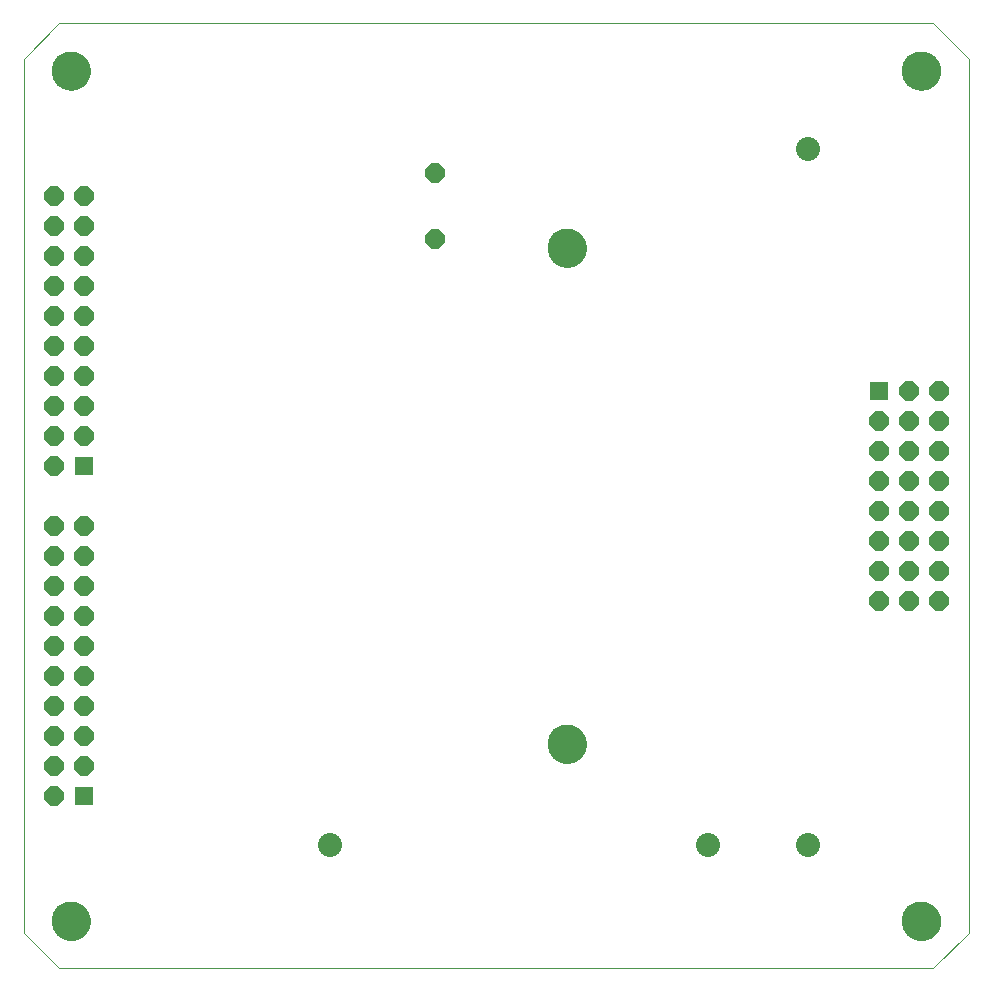
<source format=gbs>
G75*
%MOIN*%
%OFA0B0*%
%FSLAX25Y25*%
%IPPOS*%
%LPD*%
%AMOC8*
5,1,8,0,0,1.08239X$1,22.5*
%
%ADD10C,0.08000*%
%ADD11C,0.00000*%
%ADD12C,0.12998*%
%ADD13OC8,0.06400*%
%ADD14R,0.06400X0.06400*%
D10*
X0118000Y0062000D03*
X0244000Y0062000D03*
X0277600Y0062000D03*
X0277600Y0294100D03*
D11*
X0016039Y0032850D02*
X0027850Y0021039D01*
X0319189Y0021039D01*
X0331000Y0032850D01*
X0331000Y0324189D01*
X0319189Y0336000D01*
X0027850Y0336000D01*
X0016039Y0324189D01*
X0016039Y0032850D01*
X0025488Y0036787D02*
X0025490Y0036945D01*
X0025496Y0037103D01*
X0025506Y0037261D01*
X0025520Y0037419D01*
X0025538Y0037576D01*
X0025559Y0037733D01*
X0025585Y0037889D01*
X0025615Y0038045D01*
X0025648Y0038200D01*
X0025686Y0038353D01*
X0025727Y0038506D01*
X0025772Y0038658D01*
X0025821Y0038809D01*
X0025874Y0038958D01*
X0025930Y0039106D01*
X0025990Y0039252D01*
X0026054Y0039397D01*
X0026122Y0039540D01*
X0026193Y0039682D01*
X0026267Y0039822D01*
X0026345Y0039959D01*
X0026427Y0040095D01*
X0026511Y0040229D01*
X0026600Y0040360D01*
X0026691Y0040489D01*
X0026786Y0040616D01*
X0026883Y0040741D01*
X0026984Y0040863D01*
X0027088Y0040982D01*
X0027195Y0041099D01*
X0027305Y0041213D01*
X0027418Y0041324D01*
X0027533Y0041433D01*
X0027651Y0041538D01*
X0027772Y0041640D01*
X0027895Y0041740D01*
X0028021Y0041836D01*
X0028149Y0041929D01*
X0028279Y0042019D01*
X0028412Y0042105D01*
X0028547Y0042189D01*
X0028683Y0042268D01*
X0028822Y0042345D01*
X0028963Y0042417D01*
X0029105Y0042487D01*
X0029249Y0042552D01*
X0029395Y0042614D01*
X0029542Y0042672D01*
X0029691Y0042727D01*
X0029841Y0042778D01*
X0029992Y0042825D01*
X0030144Y0042868D01*
X0030297Y0042907D01*
X0030452Y0042943D01*
X0030607Y0042974D01*
X0030763Y0043002D01*
X0030919Y0043026D01*
X0031076Y0043046D01*
X0031234Y0043062D01*
X0031391Y0043074D01*
X0031550Y0043082D01*
X0031708Y0043086D01*
X0031866Y0043086D01*
X0032024Y0043082D01*
X0032183Y0043074D01*
X0032340Y0043062D01*
X0032498Y0043046D01*
X0032655Y0043026D01*
X0032811Y0043002D01*
X0032967Y0042974D01*
X0033122Y0042943D01*
X0033277Y0042907D01*
X0033430Y0042868D01*
X0033582Y0042825D01*
X0033733Y0042778D01*
X0033883Y0042727D01*
X0034032Y0042672D01*
X0034179Y0042614D01*
X0034325Y0042552D01*
X0034469Y0042487D01*
X0034611Y0042417D01*
X0034752Y0042345D01*
X0034891Y0042268D01*
X0035027Y0042189D01*
X0035162Y0042105D01*
X0035295Y0042019D01*
X0035425Y0041929D01*
X0035553Y0041836D01*
X0035679Y0041740D01*
X0035802Y0041640D01*
X0035923Y0041538D01*
X0036041Y0041433D01*
X0036156Y0041324D01*
X0036269Y0041213D01*
X0036379Y0041099D01*
X0036486Y0040982D01*
X0036590Y0040863D01*
X0036691Y0040741D01*
X0036788Y0040616D01*
X0036883Y0040489D01*
X0036974Y0040360D01*
X0037063Y0040229D01*
X0037147Y0040095D01*
X0037229Y0039959D01*
X0037307Y0039822D01*
X0037381Y0039682D01*
X0037452Y0039540D01*
X0037520Y0039397D01*
X0037584Y0039252D01*
X0037644Y0039106D01*
X0037700Y0038958D01*
X0037753Y0038809D01*
X0037802Y0038658D01*
X0037847Y0038506D01*
X0037888Y0038353D01*
X0037926Y0038200D01*
X0037959Y0038045D01*
X0037989Y0037889D01*
X0038015Y0037733D01*
X0038036Y0037576D01*
X0038054Y0037419D01*
X0038068Y0037261D01*
X0038078Y0037103D01*
X0038084Y0036945D01*
X0038086Y0036787D01*
X0038084Y0036629D01*
X0038078Y0036471D01*
X0038068Y0036313D01*
X0038054Y0036155D01*
X0038036Y0035998D01*
X0038015Y0035841D01*
X0037989Y0035685D01*
X0037959Y0035529D01*
X0037926Y0035374D01*
X0037888Y0035221D01*
X0037847Y0035068D01*
X0037802Y0034916D01*
X0037753Y0034765D01*
X0037700Y0034616D01*
X0037644Y0034468D01*
X0037584Y0034322D01*
X0037520Y0034177D01*
X0037452Y0034034D01*
X0037381Y0033892D01*
X0037307Y0033752D01*
X0037229Y0033615D01*
X0037147Y0033479D01*
X0037063Y0033345D01*
X0036974Y0033214D01*
X0036883Y0033085D01*
X0036788Y0032958D01*
X0036691Y0032833D01*
X0036590Y0032711D01*
X0036486Y0032592D01*
X0036379Y0032475D01*
X0036269Y0032361D01*
X0036156Y0032250D01*
X0036041Y0032141D01*
X0035923Y0032036D01*
X0035802Y0031934D01*
X0035679Y0031834D01*
X0035553Y0031738D01*
X0035425Y0031645D01*
X0035295Y0031555D01*
X0035162Y0031469D01*
X0035027Y0031385D01*
X0034891Y0031306D01*
X0034752Y0031229D01*
X0034611Y0031157D01*
X0034469Y0031087D01*
X0034325Y0031022D01*
X0034179Y0030960D01*
X0034032Y0030902D01*
X0033883Y0030847D01*
X0033733Y0030796D01*
X0033582Y0030749D01*
X0033430Y0030706D01*
X0033277Y0030667D01*
X0033122Y0030631D01*
X0032967Y0030600D01*
X0032811Y0030572D01*
X0032655Y0030548D01*
X0032498Y0030528D01*
X0032340Y0030512D01*
X0032183Y0030500D01*
X0032024Y0030492D01*
X0031866Y0030488D01*
X0031708Y0030488D01*
X0031550Y0030492D01*
X0031391Y0030500D01*
X0031234Y0030512D01*
X0031076Y0030528D01*
X0030919Y0030548D01*
X0030763Y0030572D01*
X0030607Y0030600D01*
X0030452Y0030631D01*
X0030297Y0030667D01*
X0030144Y0030706D01*
X0029992Y0030749D01*
X0029841Y0030796D01*
X0029691Y0030847D01*
X0029542Y0030902D01*
X0029395Y0030960D01*
X0029249Y0031022D01*
X0029105Y0031087D01*
X0028963Y0031157D01*
X0028822Y0031229D01*
X0028683Y0031306D01*
X0028547Y0031385D01*
X0028412Y0031469D01*
X0028279Y0031555D01*
X0028149Y0031645D01*
X0028021Y0031738D01*
X0027895Y0031834D01*
X0027772Y0031934D01*
X0027651Y0032036D01*
X0027533Y0032141D01*
X0027418Y0032250D01*
X0027305Y0032361D01*
X0027195Y0032475D01*
X0027088Y0032592D01*
X0026984Y0032711D01*
X0026883Y0032833D01*
X0026786Y0032958D01*
X0026691Y0033085D01*
X0026600Y0033214D01*
X0026511Y0033345D01*
X0026427Y0033479D01*
X0026345Y0033615D01*
X0026267Y0033752D01*
X0026193Y0033892D01*
X0026122Y0034034D01*
X0026054Y0034177D01*
X0025990Y0034322D01*
X0025930Y0034468D01*
X0025874Y0034616D01*
X0025821Y0034765D01*
X0025772Y0034916D01*
X0025727Y0035068D01*
X0025686Y0035221D01*
X0025648Y0035374D01*
X0025615Y0035529D01*
X0025585Y0035685D01*
X0025559Y0035841D01*
X0025538Y0035998D01*
X0025520Y0036155D01*
X0025506Y0036313D01*
X0025496Y0036471D01*
X0025490Y0036629D01*
X0025488Y0036787D01*
X0190843Y0095843D02*
X0190845Y0096001D01*
X0190851Y0096159D01*
X0190861Y0096317D01*
X0190875Y0096475D01*
X0190893Y0096632D01*
X0190914Y0096789D01*
X0190940Y0096945D01*
X0190970Y0097101D01*
X0191003Y0097256D01*
X0191041Y0097409D01*
X0191082Y0097562D01*
X0191127Y0097714D01*
X0191176Y0097865D01*
X0191229Y0098014D01*
X0191285Y0098162D01*
X0191345Y0098308D01*
X0191409Y0098453D01*
X0191477Y0098596D01*
X0191548Y0098738D01*
X0191622Y0098878D01*
X0191700Y0099015D01*
X0191782Y0099151D01*
X0191866Y0099285D01*
X0191955Y0099416D01*
X0192046Y0099545D01*
X0192141Y0099672D01*
X0192238Y0099797D01*
X0192339Y0099919D01*
X0192443Y0100038D01*
X0192550Y0100155D01*
X0192660Y0100269D01*
X0192773Y0100380D01*
X0192888Y0100489D01*
X0193006Y0100594D01*
X0193127Y0100696D01*
X0193250Y0100796D01*
X0193376Y0100892D01*
X0193504Y0100985D01*
X0193634Y0101075D01*
X0193767Y0101161D01*
X0193902Y0101245D01*
X0194038Y0101324D01*
X0194177Y0101401D01*
X0194318Y0101473D01*
X0194460Y0101543D01*
X0194604Y0101608D01*
X0194750Y0101670D01*
X0194897Y0101728D01*
X0195046Y0101783D01*
X0195196Y0101834D01*
X0195347Y0101881D01*
X0195499Y0101924D01*
X0195652Y0101963D01*
X0195807Y0101999D01*
X0195962Y0102030D01*
X0196118Y0102058D01*
X0196274Y0102082D01*
X0196431Y0102102D01*
X0196589Y0102118D01*
X0196746Y0102130D01*
X0196905Y0102138D01*
X0197063Y0102142D01*
X0197221Y0102142D01*
X0197379Y0102138D01*
X0197538Y0102130D01*
X0197695Y0102118D01*
X0197853Y0102102D01*
X0198010Y0102082D01*
X0198166Y0102058D01*
X0198322Y0102030D01*
X0198477Y0101999D01*
X0198632Y0101963D01*
X0198785Y0101924D01*
X0198937Y0101881D01*
X0199088Y0101834D01*
X0199238Y0101783D01*
X0199387Y0101728D01*
X0199534Y0101670D01*
X0199680Y0101608D01*
X0199824Y0101543D01*
X0199966Y0101473D01*
X0200107Y0101401D01*
X0200246Y0101324D01*
X0200382Y0101245D01*
X0200517Y0101161D01*
X0200650Y0101075D01*
X0200780Y0100985D01*
X0200908Y0100892D01*
X0201034Y0100796D01*
X0201157Y0100696D01*
X0201278Y0100594D01*
X0201396Y0100489D01*
X0201511Y0100380D01*
X0201624Y0100269D01*
X0201734Y0100155D01*
X0201841Y0100038D01*
X0201945Y0099919D01*
X0202046Y0099797D01*
X0202143Y0099672D01*
X0202238Y0099545D01*
X0202329Y0099416D01*
X0202418Y0099285D01*
X0202502Y0099151D01*
X0202584Y0099015D01*
X0202662Y0098878D01*
X0202736Y0098738D01*
X0202807Y0098596D01*
X0202875Y0098453D01*
X0202939Y0098308D01*
X0202999Y0098162D01*
X0203055Y0098014D01*
X0203108Y0097865D01*
X0203157Y0097714D01*
X0203202Y0097562D01*
X0203243Y0097409D01*
X0203281Y0097256D01*
X0203314Y0097101D01*
X0203344Y0096945D01*
X0203370Y0096789D01*
X0203391Y0096632D01*
X0203409Y0096475D01*
X0203423Y0096317D01*
X0203433Y0096159D01*
X0203439Y0096001D01*
X0203441Y0095843D01*
X0203439Y0095685D01*
X0203433Y0095527D01*
X0203423Y0095369D01*
X0203409Y0095211D01*
X0203391Y0095054D01*
X0203370Y0094897D01*
X0203344Y0094741D01*
X0203314Y0094585D01*
X0203281Y0094430D01*
X0203243Y0094277D01*
X0203202Y0094124D01*
X0203157Y0093972D01*
X0203108Y0093821D01*
X0203055Y0093672D01*
X0202999Y0093524D01*
X0202939Y0093378D01*
X0202875Y0093233D01*
X0202807Y0093090D01*
X0202736Y0092948D01*
X0202662Y0092808D01*
X0202584Y0092671D01*
X0202502Y0092535D01*
X0202418Y0092401D01*
X0202329Y0092270D01*
X0202238Y0092141D01*
X0202143Y0092014D01*
X0202046Y0091889D01*
X0201945Y0091767D01*
X0201841Y0091648D01*
X0201734Y0091531D01*
X0201624Y0091417D01*
X0201511Y0091306D01*
X0201396Y0091197D01*
X0201278Y0091092D01*
X0201157Y0090990D01*
X0201034Y0090890D01*
X0200908Y0090794D01*
X0200780Y0090701D01*
X0200650Y0090611D01*
X0200517Y0090525D01*
X0200382Y0090441D01*
X0200246Y0090362D01*
X0200107Y0090285D01*
X0199966Y0090213D01*
X0199824Y0090143D01*
X0199680Y0090078D01*
X0199534Y0090016D01*
X0199387Y0089958D01*
X0199238Y0089903D01*
X0199088Y0089852D01*
X0198937Y0089805D01*
X0198785Y0089762D01*
X0198632Y0089723D01*
X0198477Y0089687D01*
X0198322Y0089656D01*
X0198166Y0089628D01*
X0198010Y0089604D01*
X0197853Y0089584D01*
X0197695Y0089568D01*
X0197538Y0089556D01*
X0197379Y0089548D01*
X0197221Y0089544D01*
X0197063Y0089544D01*
X0196905Y0089548D01*
X0196746Y0089556D01*
X0196589Y0089568D01*
X0196431Y0089584D01*
X0196274Y0089604D01*
X0196118Y0089628D01*
X0195962Y0089656D01*
X0195807Y0089687D01*
X0195652Y0089723D01*
X0195499Y0089762D01*
X0195347Y0089805D01*
X0195196Y0089852D01*
X0195046Y0089903D01*
X0194897Y0089958D01*
X0194750Y0090016D01*
X0194604Y0090078D01*
X0194460Y0090143D01*
X0194318Y0090213D01*
X0194177Y0090285D01*
X0194038Y0090362D01*
X0193902Y0090441D01*
X0193767Y0090525D01*
X0193634Y0090611D01*
X0193504Y0090701D01*
X0193376Y0090794D01*
X0193250Y0090890D01*
X0193127Y0090990D01*
X0193006Y0091092D01*
X0192888Y0091197D01*
X0192773Y0091306D01*
X0192660Y0091417D01*
X0192550Y0091531D01*
X0192443Y0091648D01*
X0192339Y0091767D01*
X0192238Y0091889D01*
X0192141Y0092014D01*
X0192046Y0092141D01*
X0191955Y0092270D01*
X0191866Y0092401D01*
X0191782Y0092535D01*
X0191700Y0092671D01*
X0191622Y0092808D01*
X0191548Y0092948D01*
X0191477Y0093090D01*
X0191409Y0093233D01*
X0191345Y0093378D01*
X0191285Y0093524D01*
X0191229Y0093672D01*
X0191176Y0093821D01*
X0191127Y0093972D01*
X0191082Y0094124D01*
X0191041Y0094277D01*
X0191003Y0094430D01*
X0190970Y0094585D01*
X0190940Y0094741D01*
X0190914Y0094897D01*
X0190893Y0095054D01*
X0190875Y0095211D01*
X0190861Y0095369D01*
X0190851Y0095527D01*
X0190845Y0095685D01*
X0190843Y0095843D01*
X0308953Y0036787D02*
X0308955Y0036945D01*
X0308961Y0037103D01*
X0308971Y0037261D01*
X0308985Y0037419D01*
X0309003Y0037576D01*
X0309024Y0037733D01*
X0309050Y0037889D01*
X0309080Y0038045D01*
X0309113Y0038200D01*
X0309151Y0038353D01*
X0309192Y0038506D01*
X0309237Y0038658D01*
X0309286Y0038809D01*
X0309339Y0038958D01*
X0309395Y0039106D01*
X0309455Y0039252D01*
X0309519Y0039397D01*
X0309587Y0039540D01*
X0309658Y0039682D01*
X0309732Y0039822D01*
X0309810Y0039959D01*
X0309892Y0040095D01*
X0309976Y0040229D01*
X0310065Y0040360D01*
X0310156Y0040489D01*
X0310251Y0040616D01*
X0310348Y0040741D01*
X0310449Y0040863D01*
X0310553Y0040982D01*
X0310660Y0041099D01*
X0310770Y0041213D01*
X0310883Y0041324D01*
X0310998Y0041433D01*
X0311116Y0041538D01*
X0311237Y0041640D01*
X0311360Y0041740D01*
X0311486Y0041836D01*
X0311614Y0041929D01*
X0311744Y0042019D01*
X0311877Y0042105D01*
X0312012Y0042189D01*
X0312148Y0042268D01*
X0312287Y0042345D01*
X0312428Y0042417D01*
X0312570Y0042487D01*
X0312714Y0042552D01*
X0312860Y0042614D01*
X0313007Y0042672D01*
X0313156Y0042727D01*
X0313306Y0042778D01*
X0313457Y0042825D01*
X0313609Y0042868D01*
X0313762Y0042907D01*
X0313917Y0042943D01*
X0314072Y0042974D01*
X0314228Y0043002D01*
X0314384Y0043026D01*
X0314541Y0043046D01*
X0314699Y0043062D01*
X0314856Y0043074D01*
X0315015Y0043082D01*
X0315173Y0043086D01*
X0315331Y0043086D01*
X0315489Y0043082D01*
X0315648Y0043074D01*
X0315805Y0043062D01*
X0315963Y0043046D01*
X0316120Y0043026D01*
X0316276Y0043002D01*
X0316432Y0042974D01*
X0316587Y0042943D01*
X0316742Y0042907D01*
X0316895Y0042868D01*
X0317047Y0042825D01*
X0317198Y0042778D01*
X0317348Y0042727D01*
X0317497Y0042672D01*
X0317644Y0042614D01*
X0317790Y0042552D01*
X0317934Y0042487D01*
X0318076Y0042417D01*
X0318217Y0042345D01*
X0318356Y0042268D01*
X0318492Y0042189D01*
X0318627Y0042105D01*
X0318760Y0042019D01*
X0318890Y0041929D01*
X0319018Y0041836D01*
X0319144Y0041740D01*
X0319267Y0041640D01*
X0319388Y0041538D01*
X0319506Y0041433D01*
X0319621Y0041324D01*
X0319734Y0041213D01*
X0319844Y0041099D01*
X0319951Y0040982D01*
X0320055Y0040863D01*
X0320156Y0040741D01*
X0320253Y0040616D01*
X0320348Y0040489D01*
X0320439Y0040360D01*
X0320528Y0040229D01*
X0320612Y0040095D01*
X0320694Y0039959D01*
X0320772Y0039822D01*
X0320846Y0039682D01*
X0320917Y0039540D01*
X0320985Y0039397D01*
X0321049Y0039252D01*
X0321109Y0039106D01*
X0321165Y0038958D01*
X0321218Y0038809D01*
X0321267Y0038658D01*
X0321312Y0038506D01*
X0321353Y0038353D01*
X0321391Y0038200D01*
X0321424Y0038045D01*
X0321454Y0037889D01*
X0321480Y0037733D01*
X0321501Y0037576D01*
X0321519Y0037419D01*
X0321533Y0037261D01*
X0321543Y0037103D01*
X0321549Y0036945D01*
X0321551Y0036787D01*
X0321549Y0036629D01*
X0321543Y0036471D01*
X0321533Y0036313D01*
X0321519Y0036155D01*
X0321501Y0035998D01*
X0321480Y0035841D01*
X0321454Y0035685D01*
X0321424Y0035529D01*
X0321391Y0035374D01*
X0321353Y0035221D01*
X0321312Y0035068D01*
X0321267Y0034916D01*
X0321218Y0034765D01*
X0321165Y0034616D01*
X0321109Y0034468D01*
X0321049Y0034322D01*
X0320985Y0034177D01*
X0320917Y0034034D01*
X0320846Y0033892D01*
X0320772Y0033752D01*
X0320694Y0033615D01*
X0320612Y0033479D01*
X0320528Y0033345D01*
X0320439Y0033214D01*
X0320348Y0033085D01*
X0320253Y0032958D01*
X0320156Y0032833D01*
X0320055Y0032711D01*
X0319951Y0032592D01*
X0319844Y0032475D01*
X0319734Y0032361D01*
X0319621Y0032250D01*
X0319506Y0032141D01*
X0319388Y0032036D01*
X0319267Y0031934D01*
X0319144Y0031834D01*
X0319018Y0031738D01*
X0318890Y0031645D01*
X0318760Y0031555D01*
X0318627Y0031469D01*
X0318492Y0031385D01*
X0318356Y0031306D01*
X0318217Y0031229D01*
X0318076Y0031157D01*
X0317934Y0031087D01*
X0317790Y0031022D01*
X0317644Y0030960D01*
X0317497Y0030902D01*
X0317348Y0030847D01*
X0317198Y0030796D01*
X0317047Y0030749D01*
X0316895Y0030706D01*
X0316742Y0030667D01*
X0316587Y0030631D01*
X0316432Y0030600D01*
X0316276Y0030572D01*
X0316120Y0030548D01*
X0315963Y0030528D01*
X0315805Y0030512D01*
X0315648Y0030500D01*
X0315489Y0030492D01*
X0315331Y0030488D01*
X0315173Y0030488D01*
X0315015Y0030492D01*
X0314856Y0030500D01*
X0314699Y0030512D01*
X0314541Y0030528D01*
X0314384Y0030548D01*
X0314228Y0030572D01*
X0314072Y0030600D01*
X0313917Y0030631D01*
X0313762Y0030667D01*
X0313609Y0030706D01*
X0313457Y0030749D01*
X0313306Y0030796D01*
X0313156Y0030847D01*
X0313007Y0030902D01*
X0312860Y0030960D01*
X0312714Y0031022D01*
X0312570Y0031087D01*
X0312428Y0031157D01*
X0312287Y0031229D01*
X0312148Y0031306D01*
X0312012Y0031385D01*
X0311877Y0031469D01*
X0311744Y0031555D01*
X0311614Y0031645D01*
X0311486Y0031738D01*
X0311360Y0031834D01*
X0311237Y0031934D01*
X0311116Y0032036D01*
X0310998Y0032141D01*
X0310883Y0032250D01*
X0310770Y0032361D01*
X0310660Y0032475D01*
X0310553Y0032592D01*
X0310449Y0032711D01*
X0310348Y0032833D01*
X0310251Y0032958D01*
X0310156Y0033085D01*
X0310065Y0033214D01*
X0309976Y0033345D01*
X0309892Y0033479D01*
X0309810Y0033615D01*
X0309732Y0033752D01*
X0309658Y0033892D01*
X0309587Y0034034D01*
X0309519Y0034177D01*
X0309455Y0034322D01*
X0309395Y0034468D01*
X0309339Y0034616D01*
X0309286Y0034765D01*
X0309237Y0034916D01*
X0309192Y0035068D01*
X0309151Y0035221D01*
X0309113Y0035374D01*
X0309080Y0035529D01*
X0309050Y0035685D01*
X0309024Y0035841D01*
X0309003Y0035998D01*
X0308985Y0036155D01*
X0308971Y0036313D01*
X0308961Y0036471D01*
X0308955Y0036629D01*
X0308953Y0036787D01*
X0190843Y0261197D02*
X0190845Y0261355D01*
X0190851Y0261513D01*
X0190861Y0261671D01*
X0190875Y0261829D01*
X0190893Y0261986D01*
X0190914Y0262143D01*
X0190940Y0262299D01*
X0190970Y0262455D01*
X0191003Y0262610D01*
X0191041Y0262763D01*
X0191082Y0262916D01*
X0191127Y0263068D01*
X0191176Y0263219D01*
X0191229Y0263368D01*
X0191285Y0263516D01*
X0191345Y0263662D01*
X0191409Y0263807D01*
X0191477Y0263950D01*
X0191548Y0264092D01*
X0191622Y0264232D01*
X0191700Y0264369D01*
X0191782Y0264505D01*
X0191866Y0264639D01*
X0191955Y0264770D01*
X0192046Y0264899D01*
X0192141Y0265026D01*
X0192238Y0265151D01*
X0192339Y0265273D01*
X0192443Y0265392D01*
X0192550Y0265509D01*
X0192660Y0265623D01*
X0192773Y0265734D01*
X0192888Y0265843D01*
X0193006Y0265948D01*
X0193127Y0266050D01*
X0193250Y0266150D01*
X0193376Y0266246D01*
X0193504Y0266339D01*
X0193634Y0266429D01*
X0193767Y0266515D01*
X0193902Y0266599D01*
X0194038Y0266678D01*
X0194177Y0266755D01*
X0194318Y0266827D01*
X0194460Y0266897D01*
X0194604Y0266962D01*
X0194750Y0267024D01*
X0194897Y0267082D01*
X0195046Y0267137D01*
X0195196Y0267188D01*
X0195347Y0267235D01*
X0195499Y0267278D01*
X0195652Y0267317D01*
X0195807Y0267353D01*
X0195962Y0267384D01*
X0196118Y0267412D01*
X0196274Y0267436D01*
X0196431Y0267456D01*
X0196589Y0267472D01*
X0196746Y0267484D01*
X0196905Y0267492D01*
X0197063Y0267496D01*
X0197221Y0267496D01*
X0197379Y0267492D01*
X0197538Y0267484D01*
X0197695Y0267472D01*
X0197853Y0267456D01*
X0198010Y0267436D01*
X0198166Y0267412D01*
X0198322Y0267384D01*
X0198477Y0267353D01*
X0198632Y0267317D01*
X0198785Y0267278D01*
X0198937Y0267235D01*
X0199088Y0267188D01*
X0199238Y0267137D01*
X0199387Y0267082D01*
X0199534Y0267024D01*
X0199680Y0266962D01*
X0199824Y0266897D01*
X0199966Y0266827D01*
X0200107Y0266755D01*
X0200246Y0266678D01*
X0200382Y0266599D01*
X0200517Y0266515D01*
X0200650Y0266429D01*
X0200780Y0266339D01*
X0200908Y0266246D01*
X0201034Y0266150D01*
X0201157Y0266050D01*
X0201278Y0265948D01*
X0201396Y0265843D01*
X0201511Y0265734D01*
X0201624Y0265623D01*
X0201734Y0265509D01*
X0201841Y0265392D01*
X0201945Y0265273D01*
X0202046Y0265151D01*
X0202143Y0265026D01*
X0202238Y0264899D01*
X0202329Y0264770D01*
X0202418Y0264639D01*
X0202502Y0264505D01*
X0202584Y0264369D01*
X0202662Y0264232D01*
X0202736Y0264092D01*
X0202807Y0263950D01*
X0202875Y0263807D01*
X0202939Y0263662D01*
X0202999Y0263516D01*
X0203055Y0263368D01*
X0203108Y0263219D01*
X0203157Y0263068D01*
X0203202Y0262916D01*
X0203243Y0262763D01*
X0203281Y0262610D01*
X0203314Y0262455D01*
X0203344Y0262299D01*
X0203370Y0262143D01*
X0203391Y0261986D01*
X0203409Y0261829D01*
X0203423Y0261671D01*
X0203433Y0261513D01*
X0203439Y0261355D01*
X0203441Y0261197D01*
X0203439Y0261039D01*
X0203433Y0260881D01*
X0203423Y0260723D01*
X0203409Y0260565D01*
X0203391Y0260408D01*
X0203370Y0260251D01*
X0203344Y0260095D01*
X0203314Y0259939D01*
X0203281Y0259784D01*
X0203243Y0259631D01*
X0203202Y0259478D01*
X0203157Y0259326D01*
X0203108Y0259175D01*
X0203055Y0259026D01*
X0202999Y0258878D01*
X0202939Y0258732D01*
X0202875Y0258587D01*
X0202807Y0258444D01*
X0202736Y0258302D01*
X0202662Y0258162D01*
X0202584Y0258025D01*
X0202502Y0257889D01*
X0202418Y0257755D01*
X0202329Y0257624D01*
X0202238Y0257495D01*
X0202143Y0257368D01*
X0202046Y0257243D01*
X0201945Y0257121D01*
X0201841Y0257002D01*
X0201734Y0256885D01*
X0201624Y0256771D01*
X0201511Y0256660D01*
X0201396Y0256551D01*
X0201278Y0256446D01*
X0201157Y0256344D01*
X0201034Y0256244D01*
X0200908Y0256148D01*
X0200780Y0256055D01*
X0200650Y0255965D01*
X0200517Y0255879D01*
X0200382Y0255795D01*
X0200246Y0255716D01*
X0200107Y0255639D01*
X0199966Y0255567D01*
X0199824Y0255497D01*
X0199680Y0255432D01*
X0199534Y0255370D01*
X0199387Y0255312D01*
X0199238Y0255257D01*
X0199088Y0255206D01*
X0198937Y0255159D01*
X0198785Y0255116D01*
X0198632Y0255077D01*
X0198477Y0255041D01*
X0198322Y0255010D01*
X0198166Y0254982D01*
X0198010Y0254958D01*
X0197853Y0254938D01*
X0197695Y0254922D01*
X0197538Y0254910D01*
X0197379Y0254902D01*
X0197221Y0254898D01*
X0197063Y0254898D01*
X0196905Y0254902D01*
X0196746Y0254910D01*
X0196589Y0254922D01*
X0196431Y0254938D01*
X0196274Y0254958D01*
X0196118Y0254982D01*
X0195962Y0255010D01*
X0195807Y0255041D01*
X0195652Y0255077D01*
X0195499Y0255116D01*
X0195347Y0255159D01*
X0195196Y0255206D01*
X0195046Y0255257D01*
X0194897Y0255312D01*
X0194750Y0255370D01*
X0194604Y0255432D01*
X0194460Y0255497D01*
X0194318Y0255567D01*
X0194177Y0255639D01*
X0194038Y0255716D01*
X0193902Y0255795D01*
X0193767Y0255879D01*
X0193634Y0255965D01*
X0193504Y0256055D01*
X0193376Y0256148D01*
X0193250Y0256244D01*
X0193127Y0256344D01*
X0193006Y0256446D01*
X0192888Y0256551D01*
X0192773Y0256660D01*
X0192660Y0256771D01*
X0192550Y0256885D01*
X0192443Y0257002D01*
X0192339Y0257121D01*
X0192238Y0257243D01*
X0192141Y0257368D01*
X0192046Y0257495D01*
X0191955Y0257624D01*
X0191866Y0257755D01*
X0191782Y0257889D01*
X0191700Y0258025D01*
X0191622Y0258162D01*
X0191548Y0258302D01*
X0191477Y0258444D01*
X0191409Y0258587D01*
X0191345Y0258732D01*
X0191285Y0258878D01*
X0191229Y0259026D01*
X0191176Y0259175D01*
X0191127Y0259326D01*
X0191082Y0259478D01*
X0191041Y0259631D01*
X0191003Y0259784D01*
X0190970Y0259939D01*
X0190940Y0260095D01*
X0190914Y0260251D01*
X0190893Y0260408D01*
X0190875Y0260565D01*
X0190861Y0260723D01*
X0190851Y0260881D01*
X0190845Y0261039D01*
X0190843Y0261197D01*
X0308953Y0320252D02*
X0308955Y0320410D01*
X0308961Y0320568D01*
X0308971Y0320726D01*
X0308985Y0320884D01*
X0309003Y0321041D01*
X0309024Y0321198D01*
X0309050Y0321354D01*
X0309080Y0321510D01*
X0309113Y0321665D01*
X0309151Y0321818D01*
X0309192Y0321971D01*
X0309237Y0322123D01*
X0309286Y0322274D01*
X0309339Y0322423D01*
X0309395Y0322571D01*
X0309455Y0322717D01*
X0309519Y0322862D01*
X0309587Y0323005D01*
X0309658Y0323147D01*
X0309732Y0323287D01*
X0309810Y0323424D01*
X0309892Y0323560D01*
X0309976Y0323694D01*
X0310065Y0323825D01*
X0310156Y0323954D01*
X0310251Y0324081D01*
X0310348Y0324206D01*
X0310449Y0324328D01*
X0310553Y0324447D01*
X0310660Y0324564D01*
X0310770Y0324678D01*
X0310883Y0324789D01*
X0310998Y0324898D01*
X0311116Y0325003D01*
X0311237Y0325105D01*
X0311360Y0325205D01*
X0311486Y0325301D01*
X0311614Y0325394D01*
X0311744Y0325484D01*
X0311877Y0325570D01*
X0312012Y0325654D01*
X0312148Y0325733D01*
X0312287Y0325810D01*
X0312428Y0325882D01*
X0312570Y0325952D01*
X0312714Y0326017D01*
X0312860Y0326079D01*
X0313007Y0326137D01*
X0313156Y0326192D01*
X0313306Y0326243D01*
X0313457Y0326290D01*
X0313609Y0326333D01*
X0313762Y0326372D01*
X0313917Y0326408D01*
X0314072Y0326439D01*
X0314228Y0326467D01*
X0314384Y0326491D01*
X0314541Y0326511D01*
X0314699Y0326527D01*
X0314856Y0326539D01*
X0315015Y0326547D01*
X0315173Y0326551D01*
X0315331Y0326551D01*
X0315489Y0326547D01*
X0315648Y0326539D01*
X0315805Y0326527D01*
X0315963Y0326511D01*
X0316120Y0326491D01*
X0316276Y0326467D01*
X0316432Y0326439D01*
X0316587Y0326408D01*
X0316742Y0326372D01*
X0316895Y0326333D01*
X0317047Y0326290D01*
X0317198Y0326243D01*
X0317348Y0326192D01*
X0317497Y0326137D01*
X0317644Y0326079D01*
X0317790Y0326017D01*
X0317934Y0325952D01*
X0318076Y0325882D01*
X0318217Y0325810D01*
X0318356Y0325733D01*
X0318492Y0325654D01*
X0318627Y0325570D01*
X0318760Y0325484D01*
X0318890Y0325394D01*
X0319018Y0325301D01*
X0319144Y0325205D01*
X0319267Y0325105D01*
X0319388Y0325003D01*
X0319506Y0324898D01*
X0319621Y0324789D01*
X0319734Y0324678D01*
X0319844Y0324564D01*
X0319951Y0324447D01*
X0320055Y0324328D01*
X0320156Y0324206D01*
X0320253Y0324081D01*
X0320348Y0323954D01*
X0320439Y0323825D01*
X0320528Y0323694D01*
X0320612Y0323560D01*
X0320694Y0323424D01*
X0320772Y0323287D01*
X0320846Y0323147D01*
X0320917Y0323005D01*
X0320985Y0322862D01*
X0321049Y0322717D01*
X0321109Y0322571D01*
X0321165Y0322423D01*
X0321218Y0322274D01*
X0321267Y0322123D01*
X0321312Y0321971D01*
X0321353Y0321818D01*
X0321391Y0321665D01*
X0321424Y0321510D01*
X0321454Y0321354D01*
X0321480Y0321198D01*
X0321501Y0321041D01*
X0321519Y0320884D01*
X0321533Y0320726D01*
X0321543Y0320568D01*
X0321549Y0320410D01*
X0321551Y0320252D01*
X0321549Y0320094D01*
X0321543Y0319936D01*
X0321533Y0319778D01*
X0321519Y0319620D01*
X0321501Y0319463D01*
X0321480Y0319306D01*
X0321454Y0319150D01*
X0321424Y0318994D01*
X0321391Y0318839D01*
X0321353Y0318686D01*
X0321312Y0318533D01*
X0321267Y0318381D01*
X0321218Y0318230D01*
X0321165Y0318081D01*
X0321109Y0317933D01*
X0321049Y0317787D01*
X0320985Y0317642D01*
X0320917Y0317499D01*
X0320846Y0317357D01*
X0320772Y0317217D01*
X0320694Y0317080D01*
X0320612Y0316944D01*
X0320528Y0316810D01*
X0320439Y0316679D01*
X0320348Y0316550D01*
X0320253Y0316423D01*
X0320156Y0316298D01*
X0320055Y0316176D01*
X0319951Y0316057D01*
X0319844Y0315940D01*
X0319734Y0315826D01*
X0319621Y0315715D01*
X0319506Y0315606D01*
X0319388Y0315501D01*
X0319267Y0315399D01*
X0319144Y0315299D01*
X0319018Y0315203D01*
X0318890Y0315110D01*
X0318760Y0315020D01*
X0318627Y0314934D01*
X0318492Y0314850D01*
X0318356Y0314771D01*
X0318217Y0314694D01*
X0318076Y0314622D01*
X0317934Y0314552D01*
X0317790Y0314487D01*
X0317644Y0314425D01*
X0317497Y0314367D01*
X0317348Y0314312D01*
X0317198Y0314261D01*
X0317047Y0314214D01*
X0316895Y0314171D01*
X0316742Y0314132D01*
X0316587Y0314096D01*
X0316432Y0314065D01*
X0316276Y0314037D01*
X0316120Y0314013D01*
X0315963Y0313993D01*
X0315805Y0313977D01*
X0315648Y0313965D01*
X0315489Y0313957D01*
X0315331Y0313953D01*
X0315173Y0313953D01*
X0315015Y0313957D01*
X0314856Y0313965D01*
X0314699Y0313977D01*
X0314541Y0313993D01*
X0314384Y0314013D01*
X0314228Y0314037D01*
X0314072Y0314065D01*
X0313917Y0314096D01*
X0313762Y0314132D01*
X0313609Y0314171D01*
X0313457Y0314214D01*
X0313306Y0314261D01*
X0313156Y0314312D01*
X0313007Y0314367D01*
X0312860Y0314425D01*
X0312714Y0314487D01*
X0312570Y0314552D01*
X0312428Y0314622D01*
X0312287Y0314694D01*
X0312148Y0314771D01*
X0312012Y0314850D01*
X0311877Y0314934D01*
X0311744Y0315020D01*
X0311614Y0315110D01*
X0311486Y0315203D01*
X0311360Y0315299D01*
X0311237Y0315399D01*
X0311116Y0315501D01*
X0310998Y0315606D01*
X0310883Y0315715D01*
X0310770Y0315826D01*
X0310660Y0315940D01*
X0310553Y0316057D01*
X0310449Y0316176D01*
X0310348Y0316298D01*
X0310251Y0316423D01*
X0310156Y0316550D01*
X0310065Y0316679D01*
X0309976Y0316810D01*
X0309892Y0316944D01*
X0309810Y0317080D01*
X0309732Y0317217D01*
X0309658Y0317357D01*
X0309587Y0317499D01*
X0309519Y0317642D01*
X0309455Y0317787D01*
X0309395Y0317933D01*
X0309339Y0318081D01*
X0309286Y0318230D01*
X0309237Y0318381D01*
X0309192Y0318533D01*
X0309151Y0318686D01*
X0309113Y0318839D01*
X0309080Y0318994D01*
X0309050Y0319150D01*
X0309024Y0319306D01*
X0309003Y0319463D01*
X0308985Y0319620D01*
X0308971Y0319778D01*
X0308961Y0319936D01*
X0308955Y0320094D01*
X0308953Y0320252D01*
X0025488Y0320252D02*
X0025490Y0320410D01*
X0025496Y0320568D01*
X0025506Y0320726D01*
X0025520Y0320884D01*
X0025538Y0321041D01*
X0025559Y0321198D01*
X0025585Y0321354D01*
X0025615Y0321510D01*
X0025648Y0321665D01*
X0025686Y0321818D01*
X0025727Y0321971D01*
X0025772Y0322123D01*
X0025821Y0322274D01*
X0025874Y0322423D01*
X0025930Y0322571D01*
X0025990Y0322717D01*
X0026054Y0322862D01*
X0026122Y0323005D01*
X0026193Y0323147D01*
X0026267Y0323287D01*
X0026345Y0323424D01*
X0026427Y0323560D01*
X0026511Y0323694D01*
X0026600Y0323825D01*
X0026691Y0323954D01*
X0026786Y0324081D01*
X0026883Y0324206D01*
X0026984Y0324328D01*
X0027088Y0324447D01*
X0027195Y0324564D01*
X0027305Y0324678D01*
X0027418Y0324789D01*
X0027533Y0324898D01*
X0027651Y0325003D01*
X0027772Y0325105D01*
X0027895Y0325205D01*
X0028021Y0325301D01*
X0028149Y0325394D01*
X0028279Y0325484D01*
X0028412Y0325570D01*
X0028547Y0325654D01*
X0028683Y0325733D01*
X0028822Y0325810D01*
X0028963Y0325882D01*
X0029105Y0325952D01*
X0029249Y0326017D01*
X0029395Y0326079D01*
X0029542Y0326137D01*
X0029691Y0326192D01*
X0029841Y0326243D01*
X0029992Y0326290D01*
X0030144Y0326333D01*
X0030297Y0326372D01*
X0030452Y0326408D01*
X0030607Y0326439D01*
X0030763Y0326467D01*
X0030919Y0326491D01*
X0031076Y0326511D01*
X0031234Y0326527D01*
X0031391Y0326539D01*
X0031550Y0326547D01*
X0031708Y0326551D01*
X0031866Y0326551D01*
X0032024Y0326547D01*
X0032183Y0326539D01*
X0032340Y0326527D01*
X0032498Y0326511D01*
X0032655Y0326491D01*
X0032811Y0326467D01*
X0032967Y0326439D01*
X0033122Y0326408D01*
X0033277Y0326372D01*
X0033430Y0326333D01*
X0033582Y0326290D01*
X0033733Y0326243D01*
X0033883Y0326192D01*
X0034032Y0326137D01*
X0034179Y0326079D01*
X0034325Y0326017D01*
X0034469Y0325952D01*
X0034611Y0325882D01*
X0034752Y0325810D01*
X0034891Y0325733D01*
X0035027Y0325654D01*
X0035162Y0325570D01*
X0035295Y0325484D01*
X0035425Y0325394D01*
X0035553Y0325301D01*
X0035679Y0325205D01*
X0035802Y0325105D01*
X0035923Y0325003D01*
X0036041Y0324898D01*
X0036156Y0324789D01*
X0036269Y0324678D01*
X0036379Y0324564D01*
X0036486Y0324447D01*
X0036590Y0324328D01*
X0036691Y0324206D01*
X0036788Y0324081D01*
X0036883Y0323954D01*
X0036974Y0323825D01*
X0037063Y0323694D01*
X0037147Y0323560D01*
X0037229Y0323424D01*
X0037307Y0323287D01*
X0037381Y0323147D01*
X0037452Y0323005D01*
X0037520Y0322862D01*
X0037584Y0322717D01*
X0037644Y0322571D01*
X0037700Y0322423D01*
X0037753Y0322274D01*
X0037802Y0322123D01*
X0037847Y0321971D01*
X0037888Y0321818D01*
X0037926Y0321665D01*
X0037959Y0321510D01*
X0037989Y0321354D01*
X0038015Y0321198D01*
X0038036Y0321041D01*
X0038054Y0320884D01*
X0038068Y0320726D01*
X0038078Y0320568D01*
X0038084Y0320410D01*
X0038086Y0320252D01*
X0038084Y0320094D01*
X0038078Y0319936D01*
X0038068Y0319778D01*
X0038054Y0319620D01*
X0038036Y0319463D01*
X0038015Y0319306D01*
X0037989Y0319150D01*
X0037959Y0318994D01*
X0037926Y0318839D01*
X0037888Y0318686D01*
X0037847Y0318533D01*
X0037802Y0318381D01*
X0037753Y0318230D01*
X0037700Y0318081D01*
X0037644Y0317933D01*
X0037584Y0317787D01*
X0037520Y0317642D01*
X0037452Y0317499D01*
X0037381Y0317357D01*
X0037307Y0317217D01*
X0037229Y0317080D01*
X0037147Y0316944D01*
X0037063Y0316810D01*
X0036974Y0316679D01*
X0036883Y0316550D01*
X0036788Y0316423D01*
X0036691Y0316298D01*
X0036590Y0316176D01*
X0036486Y0316057D01*
X0036379Y0315940D01*
X0036269Y0315826D01*
X0036156Y0315715D01*
X0036041Y0315606D01*
X0035923Y0315501D01*
X0035802Y0315399D01*
X0035679Y0315299D01*
X0035553Y0315203D01*
X0035425Y0315110D01*
X0035295Y0315020D01*
X0035162Y0314934D01*
X0035027Y0314850D01*
X0034891Y0314771D01*
X0034752Y0314694D01*
X0034611Y0314622D01*
X0034469Y0314552D01*
X0034325Y0314487D01*
X0034179Y0314425D01*
X0034032Y0314367D01*
X0033883Y0314312D01*
X0033733Y0314261D01*
X0033582Y0314214D01*
X0033430Y0314171D01*
X0033277Y0314132D01*
X0033122Y0314096D01*
X0032967Y0314065D01*
X0032811Y0314037D01*
X0032655Y0314013D01*
X0032498Y0313993D01*
X0032340Y0313977D01*
X0032183Y0313965D01*
X0032024Y0313957D01*
X0031866Y0313953D01*
X0031708Y0313953D01*
X0031550Y0313957D01*
X0031391Y0313965D01*
X0031234Y0313977D01*
X0031076Y0313993D01*
X0030919Y0314013D01*
X0030763Y0314037D01*
X0030607Y0314065D01*
X0030452Y0314096D01*
X0030297Y0314132D01*
X0030144Y0314171D01*
X0029992Y0314214D01*
X0029841Y0314261D01*
X0029691Y0314312D01*
X0029542Y0314367D01*
X0029395Y0314425D01*
X0029249Y0314487D01*
X0029105Y0314552D01*
X0028963Y0314622D01*
X0028822Y0314694D01*
X0028683Y0314771D01*
X0028547Y0314850D01*
X0028412Y0314934D01*
X0028279Y0315020D01*
X0028149Y0315110D01*
X0028021Y0315203D01*
X0027895Y0315299D01*
X0027772Y0315399D01*
X0027651Y0315501D01*
X0027533Y0315606D01*
X0027418Y0315715D01*
X0027305Y0315826D01*
X0027195Y0315940D01*
X0027088Y0316057D01*
X0026984Y0316176D01*
X0026883Y0316298D01*
X0026786Y0316423D01*
X0026691Y0316550D01*
X0026600Y0316679D01*
X0026511Y0316810D01*
X0026427Y0316944D01*
X0026345Y0317080D01*
X0026267Y0317217D01*
X0026193Y0317357D01*
X0026122Y0317499D01*
X0026054Y0317642D01*
X0025990Y0317787D01*
X0025930Y0317933D01*
X0025874Y0318081D01*
X0025821Y0318230D01*
X0025772Y0318381D01*
X0025727Y0318533D01*
X0025686Y0318686D01*
X0025648Y0318839D01*
X0025615Y0318994D01*
X0025585Y0319150D01*
X0025559Y0319306D01*
X0025538Y0319463D01*
X0025520Y0319620D01*
X0025506Y0319778D01*
X0025496Y0319936D01*
X0025490Y0320094D01*
X0025488Y0320252D01*
D12*
X0031787Y0320252D03*
X0197142Y0261197D03*
X0315252Y0320252D03*
X0197142Y0095843D03*
X0315252Y0036787D03*
X0031787Y0036787D03*
D13*
X0026000Y0078500D03*
X0026000Y0088500D03*
X0036000Y0088500D03*
X0036000Y0098500D03*
X0036000Y0108500D03*
X0026000Y0108500D03*
X0026000Y0098500D03*
X0026000Y0118500D03*
X0036000Y0118500D03*
X0036000Y0128500D03*
X0026000Y0128500D03*
X0026000Y0138500D03*
X0036000Y0138500D03*
X0036000Y0148500D03*
X0026000Y0148500D03*
X0026000Y0158500D03*
X0036000Y0158500D03*
X0036000Y0168500D03*
X0026000Y0168500D03*
X0026000Y0188500D03*
X0026000Y0198500D03*
X0036000Y0198500D03*
X0036000Y0208500D03*
X0026000Y0208500D03*
X0026000Y0218500D03*
X0036000Y0218500D03*
X0036000Y0228500D03*
X0036000Y0238500D03*
X0026000Y0238500D03*
X0026000Y0228500D03*
X0026000Y0248500D03*
X0036000Y0248500D03*
X0036000Y0258500D03*
X0026000Y0258500D03*
X0026000Y0268500D03*
X0036000Y0268500D03*
X0036000Y0278500D03*
X0026000Y0278500D03*
X0153000Y0286000D03*
X0153000Y0264000D03*
X0301000Y0203500D03*
X0301000Y0193500D03*
X0311000Y0193500D03*
X0311000Y0203500D03*
X0311000Y0213500D03*
X0321000Y0213500D03*
X0321000Y0203500D03*
X0321000Y0193500D03*
X0321000Y0183500D03*
X0321000Y0173500D03*
X0321000Y0163500D03*
X0321000Y0153500D03*
X0321000Y0143500D03*
X0311000Y0143500D03*
X0301000Y0143500D03*
X0301000Y0153500D03*
X0311000Y0153500D03*
X0311000Y0163500D03*
X0301000Y0163500D03*
X0301000Y0173500D03*
X0311000Y0173500D03*
X0311000Y0183500D03*
X0301000Y0183500D03*
D14*
X0301000Y0213500D03*
X0036000Y0188500D03*
X0036000Y0078500D03*
M02*

</source>
